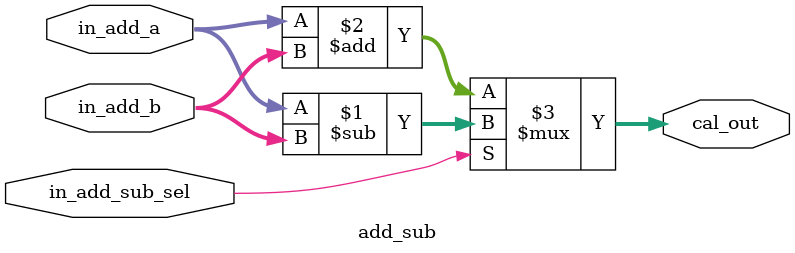
<source format=v>
`timescale 1ns / 1ps
module add_sub
(
input [2:0]     in_add_a,
input [2:0]     in_add_b,
input           in_add_sub_sel,
output [3:0]    cal_out

);

assign cal_out = in_add_sub_sel ? in_add_a - in_add_b : in_add_a + in_add_b;

endmodule

</source>
